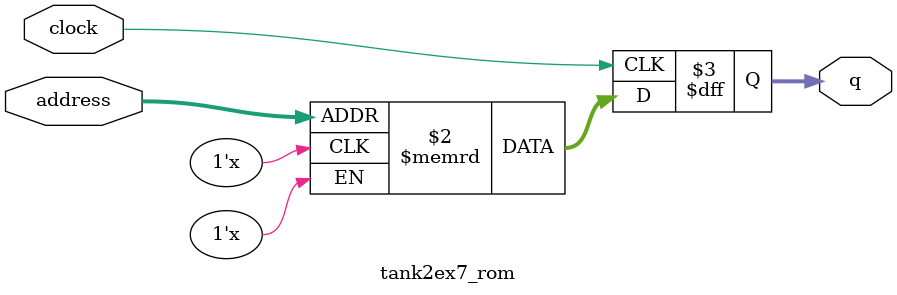
<source format=sv>
module tank2ex7_rom (
	input logic clock,
	input logic [9:0] address,
	output logic [3:0] q
);

logic [3:0] memory [0:1023] /* synthesis ram_init_file = "./tank2ex7/tank2ex7.mif" */;

always_ff @ (posedge clock) begin
	q <= memory[address];
end

endmodule

</source>
